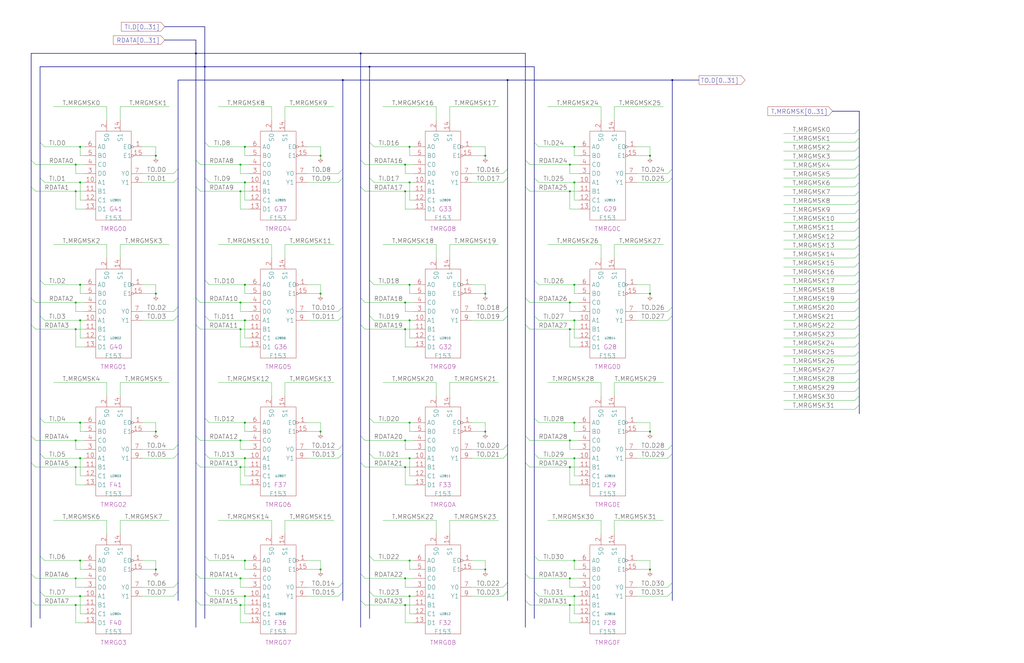
<source format=kicad_sch>
(kicad_sch (version 20230121) (generator eeschema)
  (paper "User" 584.2 378.46)
  (title_block (title "MERGER / TYPE HALF MSB'S") (date "20-MAR-90") (rev "1.0") (comment 1 "FIU") (comment 2 "232-003065") (comment 3 "S400") (comment 4 "RELEASED"))
  (junction (at 233.68 340.36))
  (junction (at 276.86 246.38))
  (junction (at 139.7 340.36))
  (junction (at 88.9 325.12))
  (junction (at 383.54 45.72))
  (junction (at 45.72 182.88))
  (junction (at 327.66 261.62))
  (junction (at 233.68 241.3))
  (junction (at 137.16 109.22))
  (junction (at 139.7 182.88))
  (junction (at 205.74 30.48))
  (junction (at 43.18 109.22))
  (junction (at 182.88 246.38))
  (junction (at 327.66 83.82))
  (junction (at 137.16 330.2))
  (junction (at 45.72 320.04))
  (junction (at 43.18 187.96))
  (junction (at 182.88 325.12))
  (junction (at 325.12 93.98))
  (junction (at 370.84 246.38))
  (junction (at 137.16 345.44))
  (junction (at 327.66 162.56))
  (junction (at 182.88 88.9))
  (junction (at 139.7 241.3))
  (junction (at 210.82 38.1))
  (junction (at 139.7 104.14))
  (junction (at 370.84 325.12))
  (junction (at 195.58 45.72))
  (junction (at 139.7 83.82))
  (junction (at 327.66 320.04))
  (junction (at 370.84 88.9))
  (junction (at 327.66 241.3))
  (junction (at 231.14 266.7))
  (junction (at 137.16 187.96))
  (junction (at 43.18 251.46))
  (junction (at 139.7 320.04))
  (junction (at 43.18 345.44))
  (junction (at 370.84 167.64))
  (junction (at 43.18 330.2))
  (junction (at 45.72 162.56))
  (junction (at 231.14 330.2))
  (junction (at 325.12 345.44))
  (junction (at 276.86 88.9))
  (junction (at 88.9 88.9))
  (junction (at 137.16 93.98))
  (junction (at 45.72 104.14))
  (junction (at 233.68 162.56))
  (junction (at 137.16 172.72))
  (junction (at 233.68 261.62))
  (junction (at 233.68 104.14))
  (junction (at 45.72 83.82))
  (junction (at 137.16 266.7))
  (junction (at 43.18 266.7))
  (junction (at 325.12 251.46))
  (junction (at 276.86 167.64))
  (junction (at 231.14 251.46))
  (junction (at 325.12 187.96))
  (junction (at 139.7 261.62))
  (junction (at 233.68 83.82))
  (junction (at 327.66 182.88))
  (junction (at 139.7 162.56))
  (junction (at 43.18 172.72))
  (junction (at 88.9 246.38))
  (junction (at 327.66 104.14))
  (junction (at 43.18 93.98))
  (junction (at 233.68 320.04))
  (junction (at 45.72 340.36))
  (junction (at 116.84 38.1))
  (junction (at 231.14 93.98))
  (junction (at 327.66 340.36))
  (junction (at 45.72 261.62))
  (junction (at 325.12 266.7))
  (junction (at 325.12 109.22))
  (junction (at 137.16 251.46))
  (junction (at 231.14 345.44))
  (junction (at 289.56 45.72))
  (junction (at 276.86 325.12))
  (junction (at 111.76 30.48))
  (junction (at 88.9 167.64))
  (junction (at 182.88 167.64))
  (junction (at 233.68 182.88))
  (junction (at 325.12 330.2))
  (junction (at 231.14 172.72))
  (junction (at 45.72 241.3))
  (junction (at 231.14 187.96))
  (junction (at 231.14 109.22))
  (junction (at 325.12 172.72))
  (bus_entry (at 304.8 101.6) (size 2.54 2.54))
  (bus_entry (at 299.72 185.42) (size 2.54 2.54))
  (bus_entry (at 490.22 226.06) (size -2.54 2.54))
  (bus_entry (at 490.22 73.66) (size -2.54 2.54))
  (bus_entry (at 116.84 160.02) (size 2.54 2.54))
  (bus_entry (at 101.6 332.74) (size -2.54 2.54))
  (bus_entry (at 116.84 101.6) (size 2.54 2.54))
  (bus_entry (at 304.8 317.5) (size 2.54 2.54))
  (bus_entry (at 490.22 93.98) (size -2.54 2.54))
  (bus_entry (at 17.78 185.42) (size 2.54 2.54))
  (bus_entry (at 101.6 259.08) (size -2.54 2.54))
  (bus_entry (at 490.22 215.9) (size -2.54 2.54))
  (bus_entry (at 289.56 180.34) (size -2.54 2.54))
  (bus_entry (at 17.78 248.92) (size 2.54 2.54))
  (bus_entry (at 101.6 101.6) (size -2.54 2.54))
  (bus_entry (at 22.86 259.08) (size 2.54 2.54))
  (bus_entry (at 490.22 154.94) (size -2.54 2.54))
  (bus_entry (at 205.74 185.42) (size 2.54 2.54))
  (bus_entry (at 111.76 170.18) (size 2.54 2.54))
  (bus_entry (at 490.22 205.74) (size -2.54 2.54))
  (bus_entry (at 490.22 134.62) (size -2.54 2.54))
  (bus_entry (at 304.8 259.08) (size 2.54 2.54))
  (bus_entry (at 22.86 180.34) (size 2.54 2.54))
  (bus_entry (at 490.22 220.98) (size -2.54 2.54))
  (bus_entry (at 383.54 254) (size -2.54 2.54))
  (bus_entry (at 383.54 259.08) (size -2.54 2.54))
  (bus_entry (at 22.86 101.6) (size 2.54 2.54))
  (bus_entry (at 195.58 332.74) (size -2.54 2.54))
  (bus_entry (at 299.72 327.66) (size 2.54 2.54))
  (bus_entry (at 116.84 317.5) (size 2.54 2.54))
  (bus_entry (at 490.22 83.82) (size -2.54 2.54))
  (bus_entry (at 205.74 327.66) (size 2.54 2.54))
  (bus_entry (at 17.78 327.66) (size 2.54 2.54))
  (bus_entry (at 210.82 238.76) (size 2.54 2.54))
  (bus_entry (at 205.74 248.92) (size 2.54 2.54))
  (bus_entry (at 383.54 96.52) (size -2.54 2.54))
  (bus_entry (at 304.8 180.34) (size 2.54 2.54))
  (bus_entry (at 383.54 332.74) (size -2.54 2.54))
  (bus_entry (at 101.6 96.52) (size -2.54 2.54))
  (bus_entry (at 490.22 190.5) (size -2.54 2.54))
  (bus_entry (at 111.76 91.44) (size 2.54 2.54))
  (bus_entry (at 299.72 342.9) (size 2.54 2.54))
  (bus_entry (at 490.22 195.58) (size -2.54 2.54))
  (bus_entry (at 383.54 101.6) (size -2.54 2.54))
  (bus_entry (at 289.56 259.08) (size -2.54 2.54))
  (bus_entry (at 490.22 99.06) (size -2.54 2.54))
  (bus_entry (at 289.56 332.74) (size -2.54 2.54))
  (bus_entry (at 17.78 264.16) (size 2.54 2.54))
  (bus_entry (at 490.22 124.46) (size -2.54 2.54))
  (bus_entry (at 299.72 106.68) (size 2.54 2.54))
  (bus_entry (at 22.86 238.76) (size 2.54 2.54))
  (bus_entry (at 205.74 106.68) (size 2.54 2.54))
  (bus_entry (at 17.78 106.68) (size 2.54 2.54))
  (bus_entry (at 195.58 175.26) (size -2.54 2.54))
  (bus_entry (at 195.58 180.34) (size -2.54 2.54))
  (bus_entry (at 101.6 337.82) (size -2.54 2.54))
  (bus_entry (at 116.84 337.82) (size 2.54 2.54))
  (bus_entry (at 205.74 264.16) (size 2.54 2.54))
  (bus_entry (at 304.8 81.28) (size 2.54 2.54))
  (bus_entry (at 210.82 259.08) (size 2.54 2.54))
  (bus_entry (at 490.22 104.14) (size -2.54 2.54))
  (bus_entry (at 383.54 175.26) (size -2.54 2.54))
  (bus_entry (at 289.56 175.26) (size -2.54 2.54))
  (bus_entry (at 205.74 342.9) (size 2.54 2.54))
  (bus_entry (at 490.22 231.14) (size -2.54 2.54))
  (bus_entry (at 111.76 327.66) (size 2.54 2.54))
  (bus_entry (at 101.6 180.34) (size -2.54 2.54))
  (bus_entry (at 289.56 101.6) (size -2.54 2.54))
  (bus_entry (at 17.78 342.9) (size 2.54 2.54))
  (bus_entry (at 490.22 78.74) (size -2.54 2.54))
  (bus_entry (at 22.86 337.82) (size 2.54 2.54))
  (bus_entry (at 490.22 139.7) (size -2.54 2.54))
  (bus_entry (at 17.78 170.18) (size 2.54 2.54))
  (bus_entry (at 490.22 185.42) (size -2.54 2.54))
  (bus_entry (at 490.22 210.82) (size -2.54 2.54))
  (bus_entry (at 490.22 129.54) (size -2.54 2.54))
  (bus_entry (at 490.22 114.3) (size -2.54 2.54))
  (bus_entry (at 304.8 337.82) (size 2.54 2.54))
  (bus_entry (at 111.76 185.42) (size 2.54 2.54))
  (bus_entry (at 210.82 317.5) (size 2.54 2.54))
  (bus_entry (at 490.22 175.26) (size -2.54 2.54))
  (bus_entry (at 383.54 337.82) (size -2.54 2.54))
  (bus_entry (at 111.76 264.16) (size 2.54 2.54))
  (bus_entry (at 205.74 91.44) (size 2.54 2.54))
  (bus_entry (at 490.22 170.18) (size -2.54 2.54))
  (bus_entry (at 490.22 200.66) (size -2.54 2.54))
  (bus_entry (at 116.84 238.76) (size 2.54 2.54))
  (bus_entry (at 101.6 175.26) (size -2.54 2.54))
  (bus_entry (at 195.58 259.08) (size -2.54 2.54))
  (bus_entry (at 490.22 160.02) (size -2.54 2.54))
  (bus_entry (at 299.72 170.18) (size 2.54 2.54))
  (bus_entry (at 490.22 109.22) (size -2.54 2.54))
  (bus_entry (at 116.84 259.08) (size 2.54 2.54))
  (bus_entry (at 101.6 254) (size -2.54 2.54))
  (bus_entry (at 210.82 337.82) (size 2.54 2.54))
  (bus_entry (at 205.74 170.18) (size 2.54 2.54))
  (bus_entry (at 299.72 91.44) (size 2.54 2.54))
  (bus_entry (at 304.8 160.02) (size 2.54 2.54))
  (bus_entry (at 490.22 88.9) (size -2.54 2.54))
  (bus_entry (at 22.86 81.28) (size 2.54 2.54))
  (bus_entry (at 111.76 248.92) (size 2.54 2.54))
  (bus_entry (at 490.22 180.34) (size -2.54 2.54))
  (bus_entry (at 299.72 248.92) (size 2.54 2.54))
  (bus_entry (at 195.58 96.52) (size -2.54 2.54))
  (bus_entry (at 289.56 337.82) (size -2.54 2.54))
  (bus_entry (at 289.56 254) (size -2.54 2.54))
  (bus_entry (at 490.22 149.86) (size -2.54 2.54))
  (bus_entry (at 195.58 101.6) (size -2.54 2.54))
  (bus_entry (at 111.76 106.68) (size 2.54 2.54))
  (bus_entry (at 210.82 180.34) (size 2.54 2.54))
  (bus_entry (at 22.86 317.5) (size 2.54 2.54))
  (bus_entry (at 111.76 342.9) (size 2.54 2.54))
  (bus_entry (at 490.22 119.38) (size -2.54 2.54))
  (bus_entry (at 490.22 144.78) (size -2.54 2.54))
  (bus_entry (at 17.78 91.44) (size 2.54 2.54))
  (bus_entry (at 116.84 81.28) (size 2.54 2.54))
  (bus_entry (at 304.8 238.76) (size 2.54 2.54))
  (bus_entry (at 195.58 254) (size -2.54 2.54))
  (bus_entry (at 22.86 160.02) (size 2.54 2.54))
  (bus_entry (at 195.58 337.82) (size -2.54 2.54))
  (bus_entry (at 289.56 96.52) (size -2.54 2.54))
  (bus_entry (at 116.84 180.34) (size 2.54 2.54))
  (bus_entry (at 383.54 180.34) (size -2.54 2.54))
  (bus_entry (at 490.22 165.1) (size -2.54 2.54))
  (bus_entry (at 210.82 101.6) (size 2.54 2.54))
  (bus_entry (at 210.82 160.02) (size 2.54 2.54))
  (bus_entry (at 210.82 81.28) (size 2.54 2.54))
  (bus_entry (at 299.72 264.16) (size 2.54 2.54))
  (wire (pts (xy 43.18 355.6) (xy 43.18 345.44)))
  (wire (pts (xy 330.2 350.52) (xy 327.66 350.52)))
  (wire (pts (xy 233.68 83.82) (xy 236.22 83.82)))
  (bus (pts (xy 490.22 190.5) (xy 490.22 195.58)))
  (bus (pts (xy 22.86 180.34) (xy 22.86 238.76)))
  (wire (pts (xy 325.12 119.38) (xy 325.12 109.22)))
  (bus (pts (xy 22.86 160.02) (xy 22.86 180.34)))
  (wire (pts (xy 137.16 251.46) (xy 142.24 251.46)))
  (wire (pts (xy 231.14 330.2) (xy 236.22 330.2)))
  (wire (pts (xy 236.22 335.28) (xy 231.14 335.28)))
  (wire (pts (xy 325.12 330.2) (xy 330.2 330.2)))
  (wire (pts (xy 256.54 304.8) (xy 256.54 297.18)))
  (wire (pts (xy 342.9 304.8) (xy 342.9 297.18)))
  (wire (pts (xy 43.18 276.86) (xy 43.18 266.7)))
  (bus (pts (xy 195.58 259.08) (xy 195.58 332.74)))
  (bus (pts (xy 17.78 170.18) (xy 17.78 185.42)))
  (wire (pts (xy 330.2 114.3) (xy 327.66 114.3)))
  (wire (pts (xy 142.24 335.28) (xy 137.16 335.28)))
  (wire (pts (xy 248.92 304.8) (xy 248.92 297.18)))
  (wire (pts (xy 20.32 187.96) (xy 43.18 187.96)))
  (bus (pts (xy 210.82 337.82) (xy 210.82 353.06)))
  (bus (pts (xy 289.56 337.82) (xy 289.56 342.9)))
  (bus (pts (xy 205.74 342.9) (xy 205.74 358.14)))
  (bus (pts (xy 490.22 200.66) (xy 490.22 205.74)))
  (wire (pts (xy 45.72 320.04) (xy 48.26 320.04)))
  (wire (pts (xy 175.26 241.3) (xy 182.88 241.3)))
  (wire (pts (xy 447.04 193.04) (xy 487.68 193.04)))
  (wire (pts (xy 114.3 187.96) (xy 137.16 187.96)))
  (wire (pts (xy 370.84 320.04) (xy 370.84 325.12)))
  (wire (pts (xy 25.4 320.04) (xy 45.72 320.04)))
  (wire (pts (xy 139.7 182.88) (xy 142.24 182.88)))
  (wire (pts (xy 43.18 172.72) (xy 48.26 172.72)))
  (wire (pts (xy 162.56 304.8) (xy 162.56 297.18)))
  (bus (pts (xy 111.76 170.18) (xy 111.76 185.42)))
  (wire (pts (xy 233.68 320.04) (xy 236.22 320.04)))
  (bus (pts (xy 289.56 96.52) (xy 289.56 101.6)))
  (wire (pts (xy 236.22 114.3) (xy 233.68 114.3)))
  (bus (pts (xy 195.58 337.82) (xy 195.58 342.9)))
  (bus (pts (xy 289.56 254) (xy 289.56 259.08)))
  (wire (pts (xy 43.18 119.38) (xy 43.18 109.22)))
  (wire (pts (xy 233.68 193.04) (xy 233.68 182.88)))
  (wire (pts (xy 327.66 83.82) (xy 330.2 83.82)))
  (wire (pts (xy 208.28 109.22) (xy 231.14 109.22)))
  (bus (pts (xy 116.84 180.34) (xy 116.84 238.76)))
  (bus (pts (xy 111.76 30.48) (xy 111.76 91.44)))
  (wire (pts (xy 231.14 177.8) (xy 231.14 172.72)))
  (bus (pts (xy 383.54 45.72) (xy 398.78 45.72)))
  (wire (pts (xy 447.04 132.08) (xy 487.68 132.08)))
  (wire (pts (xy 60.96 147.32) (xy 60.96 139.7)))
  (wire (pts (xy 81.28 104.14) (xy 99.06 104.14)))
  (bus (pts (xy 116.84 317.5) (xy 116.84 337.82)))
  (bus (pts (xy 210.82 81.28) (xy 210.82 101.6)))
  (wire (pts (xy 231.14 335.28) (xy 231.14 330.2)))
  (wire (pts (xy 45.72 271.78) (xy 45.72 261.62)))
  (wire (pts (xy 231.14 93.98) (xy 236.22 93.98)))
  (wire (pts (xy 233.68 88.9) (xy 233.68 83.82)))
  (wire (pts (xy 137.16 198.12) (xy 137.16 187.96)))
  (wire (pts (xy 269.24 177.8) (xy 287.02 177.8)))
  (bus (pts (xy 205.74 30.48) (xy 205.74 91.44)))
  (wire (pts (xy 43.18 251.46) (xy 48.26 251.46)))
  (wire (pts (xy 142.24 256.54) (xy 137.16 256.54)))
  (wire (pts (xy 325.12 266.7) (xy 330.2 266.7)))
  (wire (pts (xy 447.04 223.52) (xy 487.68 223.52)))
  (wire (pts (xy 208.28 251.46) (xy 231.14 251.46)))
  (bus (pts (xy 22.86 38.1) (xy 22.86 81.28)))
  (wire (pts (xy 327.66 271.78) (xy 327.66 261.62)))
  (wire (pts (xy 330.2 325.12) (xy 327.66 325.12)))
  (wire (pts (xy 139.7 114.3) (xy 139.7 104.14)))
  (wire (pts (xy 68.58 60.96) (xy 96.52 60.96)))
  (bus (pts (xy 490.22 114.3) (xy 490.22 119.38)))
  (wire (pts (xy 137.16 172.72) (xy 142.24 172.72)))
  (wire (pts (xy 114.3 93.98) (xy 137.16 93.98)))
  (bus (pts (xy 17.78 342.9) (xy 17.78 358.14)))
  (wire (pts (xy 137.16 177.8) (xy 137.16 172.72)))
  (wire (pts (xy 370.84 83.82) (xy 370.84 88.9)))
  (wire (pts (xy 119.38 182.88) (xy 139.7 182.88)))
  (wire (pts (xy 233.68 104.14) (xy 236.22 104.14)))
  (wire (pts (xy 48.26 246.38) (xy 45.72 246.38)))
  (bus (pts (xy 304.8 259.08) (xy 304.8 317.5)))
  (wire (pts (xy 137.16 266.7) (xy 142.24 266.7)))
  (bus (pts (xy 93.98 22.86) (xy 111.76 22.86)))
  (wire (pts (xy 231.14 198.12) (xy 231.14 187.96)))
  (wire (pts (xy 139.7 261.62) (xy 142.24 261.62)))
  (wire (pts (xy 60.96 68.58) (xy 60.96 60.96)))
  (wire (pts (xy 68.58 297.18) (xy 96.52 297.18)))
  (bus (pts (xy 383.54 175.26) (xy 383.54 180.34)))
  (wire (pts (xy 447.04 96.52) (xy 487.68 96.52)))
  (wire (pts (xy 175.26 177.8) (xy 193.04 177.8)))
  (wire (pts (xy 233.68 246.38) (xy 233.68 241.3)))
  (wire (pts (xy 60.96 304.8) (xy 60.96 297.18)))
  (bus (pts (xy 195.58 254) (xy 195.58 259.08)))
  (wire (pts (xy 45.72 340.36) (xy 48.26 340.36)))
  (wire (pts (xy 447.04 127) (xy 487.68 127)))
  (wire (pts (xy 137.16 93.98) (xy 142.24 93.98)))
  (wire (pts (xy 327.66 182.88) (xy 330.2 182.88)))
  (bus (pts (xy 490.22 129.54) (xy 490.22 134.62)))
  (bus (pts (xy 22.86 337.82) (xy 22.86 353.06)))
  (bus (pts (xy 111.76 30.48) (xy 205.74 30.48)))
  (wire (pts (xy 350.52 139.7) (xy 378.46 139.7)))
  (wire (pts (xy 175.26 99.06) (xy 193.04 99.06)))
  (wire (pts (xy 363.22 104.14) (xy 381 104.14)))
  (wire (pts (xy 20.32 172.72) (xy 43.18 172.72)))
  (bus (pts (xy 116.84 160.02) (xy 116.84 180.34)))
  (wire (pts (xy 330.2 119.38) (xy 325.12 119.38)))
  (wire (pts (xy 162.56 218.44) (xy 190.5 218.44)))
  (wire (pts (xy 363.22 335.28) (xy 381 335.28)))
  (wire (pts (xy 307.34 241.3) (xy 327.66 241.3)))
  (wire (pts (xy 269.24 83.82) (xy 276.86 83.82)))
  (bus (pts (xy 17.78 91.44) (xy 17.78 106.68)))
  (wire (pts (xy 43.18 330.2) (xy 48.26 330.2)))
  (bus (pts (xy 210.82 238.76) (xy 210.82 259.08)))
  (wire (pts (xy 45.72 83.82) (xy 48.26 83.82)))
  (wire (pts (xy 363.22 177.8) (xy 381 177.8)))
  (wire (pts (xy 218.44 297.18) (xy 248.92 297.18)))
  (bus (pts (xy 116.84 81.28) (xy 116.84 101.6)))
  (wire (pts (xy 48.26 335.28) (xy 43.18 335.28)))
  (wire (pts (xy 20.32 330.2) (xy 43.18 330.2)))
  (bus (pts (xy 490.22 170.18) (xy 490.22 175.26)))
  (bus (pts (xy 205.74 106.68) (xy 205.74 170.18)))
  (wire (pts (xy 142.24 99.06) (xy 137.16 99.06)))
  (bus (pts (xy 111.76 106.68) (xy 111.76 170.18)))
  (wire (pts (xy 327.66 325.12) (xy 327.66 320.04)))
  (wire (pts (xy 218.44 60.96) (xy 248.92 60.96)))
  (wire (pts (xy 43.18 266.7) (xy 48.26 266.7)))
  (wire (pts (xy 236.22 177.8) (xy 231.14 177.8)))
  (wire (pts (xy 142.24 193.04) (xy 139.7 193.04)))
  (wire (pts (xy 81.28 340.36) (xy 99.06 340.36)))
  (wire (pts (xy 302.26 251.46) (xy 325.12 251.46)))
  (wire (pts (xy 327.66 162.56) (xy 330.2 162.56)))
  (wire (pts (xy 363.22 99.06) (xy 381 99.06)))
  (wire (pts (xy 139.7 271.78) (xy 139.7 261.62)))
  (wire (pts (xy 269.24 88.9) (xy 276.86 88.9)))
  (wire (pts (xy 236.22 119.38) (xy 231.14 119.38)))
  (wire (pts (xy 276.86 83.82) (xy 276.86 88.9)))
  (wire (pts (xy 231.14 345.44) (xy 236.22 345.44)))
  (wire (pts (xy 48.26 271.78) (xy 45.72 271.78)))
  (wire (pts (xy 325.12 93.98) (xy 330.2 93.98)))
  (wire (pts (xy 327.66 320.04) (xy 330.2 320.04)))
  (wire (pts (xy 231.14 256.54) (xy 231.14 251.46)))
  (wire (pts (xy 269.24 182.88) (xy 287.02 182.88)))
  (bus (pts (xy 22.86 81.28) (xy 22.86 101.6)))
  (wire (pts (xy 330.2 88.9) (xy 327.66 88.9)))
  (bus (pts (xy 17.78 327.66) (xy 17.78 342.9)))
  (bus (pts (xy 304.8 81.28) (xy 304.8 101.6)))
  (bus (pts (xy 101.6 337.82) (xy 101.6 342.9)))
  (wire (pts (xy 447.04 162.56) (xy 487.68 162.56)))
  (wire (pts (xy 307.34 104.14) (xy 327.66 104.14)))
  (wire (pts (xy 43.18 256.54) (xy 43.18 251.46)))
  (bus (pts (xy 299.72 170.18) (xy 299.72 185.42)))
  (wire (pts (xy 81.28 167.64) (xy 88.9 167.64)))
  (bus (pts (xy 299.72 342.9) (xy 299.72 358.14)))
  (wire (pts (xy 142.24 246.38) (xy 139.7 246.38)))
  (wire (pts (xy 162.56 147.32) (xy 162.56 139.7)))
  (wire (pts (xy 447.04 167.64) (xy 487.68 167.64)))
  (wire (pts (xy 25.4 162.56) (xy 45.72 162.56)))
  (bus (pts (xy 195.58 101.6) (xy 195.58 175.26)))
  (wire (pts (xy 327.66 340.36) (xy 330.2 340.36)))
  (bus (pts (xy 210.82 317.5) (xy 210.82 337.82)))
  (wire (pts (xy 139.7 246.38) (xy 139.7 241.3)))
  (wire (pts (xy 325.12 177.8) (xy 325.12 172.72)))
  (wire (pts (xy 81.28 335.28) (xy 99.06 335.28)))
  (wire (pts (xy 447.04 172.72) (xy 487.68 172.72)))
  (wire (pts (xy 312.42 139.7) (xy 342.9 139.7)))
  (wire (pts (xy 175.26 320.04) (xy 182.88 320.04)))
  (wire (pts (xy 20.32 93.98) (xy 43.18 93.98)))
  (bus (pts (xy 17.78 264.16) (xy 17.78 327.66)))
  (wire (pts (xy 48.26 355.6) (xy 43.18 355.6)))
  (wire (pts (xy 447.04 101.6) (xy 487.68 101.6)))
  (wire (pts (xy 119.38 320.04) (xy 139.7 320.04)))
  (wire (pts (xy 236.22 355.6) (xy 231.14 355.6)))
  (wire (pts (xy 342.9 147.32) (xy 342.9 139.7)))
  (bus (pts (xy 210.82 259.08) (xy 210.82 317.5)))
  (bus (pts (xy 490.22 93.98) (xy 490.22 99.06)))
  (wire (pts (xy 124.46 218.44) (xy 154.94 218.44)))
  (wire (pts (xy 325.12 355.6) (xy 325.12 345.44)))
  (wire (pts (xy 68.58 68.58) (xy 68.58 60.96)))
  (wire (pts (xy 30.48 60.96) (xy 60.96 60.96)))
  (wire (pts (xy 137.16 187.96) (xy 142.24 187.96)))
  (wire (pts (xy 236.22 167.64) (xy 233.68 167.64)))
  (wire (pts (xy 139.7 162.56) (xy 142.24 162.56)))
  (wire (pts (xy 124.46 60.96) (xy 154.94 60.96)))
  (wire (pts (xy 363.22 256.54) (xy 381 256.54)))
  (wire (pts (xy 269.24 162.56) (xy 276.86 162.56)))
  (bus (pts (xy 490.22 119.38) (xy 490.22 124.46)))
  (wire (pts (xy 182.88 162.56) (xy 182.88 167.64)))
  (wire (pts (xy 231.14 355.6) (xy 231.14 345.44)))
  (wire (pts (xy 88.9 83.82) (xy 88.9 88.9)))
  (wire (pts (xy 447.04 233.68) (xy 487.68 233.68)))
  (wire (pts (xy 142.24 114.3) (xy 139.7 114.3)))
  (wire (pts (xy 330.2 335.28) (xy 325.12 335.28)))
  (wire (pts (xy 447.04 111.76) (xy 487.68 111.76)))
  (bus (pts (xy 195.58 45.72) (xy 289.56 45.72)))
  (wire (pts (xy 350.52 218.44) (xy 378.46 218.44)))
  (wire (pts (xy 325.12 335.28) (xy 325.12 330.2)))
  (wire (pts (xy 302.26 109.22) (xy 325.12 109.22)))
  (bus (pts (xy 490.22 165.1) (xy 490.22 170.18)))
  (wire (pts (xy 327.66 104.14) (xy 330.2 104.14)))
  (wire (pts (xy 363.22 246.38) (xy 370.84 246.38)))
  (bus (pts (xy 195.58 332.74) (xy 195.58 337.82)))
  (wire (pts (xy 248.92 226.06) (xy 248.92 218.44)))
  (wire (pts (xy 276.86 241.3) (xy 276.86 246.38)))
  (wire (pts (xy 48.26 198.12) (xy 43.18 198.12)))
  (wire (pts (xy 45.72 241.3) (xy 48.26 241.3)))
  (wire (pts (xy 175.26 88.9) (xy 182.88 88.9)))
  (bus (pts (xy 101.6 180.34) (xy 101.6 254)))
  (bus (pts (xy 205.74 91.44) (xy 205.74 106.68)))
  (wire (pts (xy 81.28 256.54) (xy 99.06 256.54)))
  (wire (pts (xy 447.04 147.32) (xy 487.68 147.32)))
  (bus (pts (xy 101.6 254) (xy 101.6 259.08)))
  (wire (pts (xy 256.54 218.44) (xy 284.48 218.44)))
  (wire (pts (xy 363.22 261.62) (xy 381 261.62)))
  (wire (pts (xy 236.22 193.04) (xy 233.68 193.04)))
  (wire (pts (xy 269.24 167.64) (xy 276.86 167.64)))
  (bus (pts (xy 111.76 327.66) (xy 111.76 342.9)))
  (wire (pts (xy 269.24 99.06) (xy 287.02 99.06)))
  (wire (pts (xy 276.86 320.04) (xy 276.86 325.12)))
  (wire (pts (xy 208.28 266.7) (xy 231.14 266.7)))
  (bus (pts (xy 383.54 332.74) (xy 383.54 337.82)))
  (bus (pts (xy 289.56 45.72) (xy 289.56 96.52)))
  (wire (pts (xy 175.26 246.38) (xy 182.88 246.38)))
  (wire (pts (xy 20.32 109.22) (xy 43.18 109.22)))
  (wire (pts (xy 45.72 162.56) (xy 48.26 162.56)))
  (wire (pts (xy 81.28 182.88) (xy 99.06 182.88)))
  (bus (pts (xy 22.86 259.08) (xy 22.86 317.5)))
  (bus (pts (xy 490.22 109.22) (xy 490.22 114.3)))
  (bus (pts (xy 116.84 337.82) (xy 116.84 353.06)))
  (wire (pts (xy 218.44 218.44) (xy 248.92 218.44)))
  (wire (pts (xy 233.68 114.3) (xy 233.68 104.14)))
  (wire (pts (xy 325.12 198.12) (xy 325.12 187.96)))
  (wire (pts (xy 363.22 241.3) (xy 370.84 241.3)))
  (wire (pts (xy 139.7 83.82) (xy 142.24 83.82)))
  (wire (pts (xy 43.18 198.12) (xy 43.18 187.96)))
  (wire (pts (xy 154.94 68.58) (xy 154.94 60.96)))
  (bus (pts (xy 299.72 30.48) (xy 299.72 91.44)))
  (bus (pts (xy 101.6 96.52) (xy 101.6 101.6)))
  (wire (pts (xy 68.58 139.7) (xy 96.52 139.7)))
  (wire (pts (xy 233.68 162.56) (xy 236.22 162.56)))
  (bus (pts (xy 101.6 45.72) (xy 101.6 96.52)))
  (wire (pts (xy 447.04 121.92) (xy 487.68 121.92)))
  (bus (pts (xy 490.22 144.78) (xy 490.22 149.86)))
  (wire (pts (xy 213.36 340.36) (xy 233.68 340.36)))
  (wire (pts (xy 213.36 83.82) (xy 233.68 83.82)))
  (wire (pts (xy 269.24 320.04) (xy 276.86 320.04)))
  (wire (pts (xy 119.38 104.14) (xy 139.7 104.14)))
  (wire (pts (xy 208.28 172.72) (xy 231.14 172.72)))
  (wire (pts (xy 45.72 114.3) (xy 45.72 104.14)))
  (bus (pts (xy 490.22 78.74) (xy 490.22 83.82)))
  (wire (pts (xy 81.28 83.82) (xy 88.9 83.82)))
  (wire (pts (xy 269.24 335.28) (xy 287.02 335.28)))
  (wire (pts (xy 213.36 241.3) (xy 233.68 241.3)))
  (bus (pts (xy 304.8 101.6) (xy 304.8 160.02)))
  (bus (pts (xy 304.8 337.82) (xy 304.8 353.06)))
  (bus (pts (xy 490.22 231.14) (xy 490.22 236.22)))
  (bus (pts (xy 210.82 38.1) (xy 210.82 81.28)))
  (wire (pts (xy 231.14 276.86) (xy 231.14 266.7)))
  (bus (pts (xy 299.72 327.66) (xy 299.72 342.9)))
  (bus (pts (xy 383.54 254) (xy 383.54 259.08)))
  (bus (pts (xy 210.82 160.02) (xy 210.82 180.34)))
  (wire (pts (xy 312.42 218.44) (xy 342.9 218.44)))
  (bus (pts (xy 490.22 99.06) (xy 490.22 104.14)))
  (wire (pts (xy 447.04 106.68) (xy 487.68 106.68)))
  (bus (pts (xy 22.86 38.1) (xy 116.84 38.1)))
  (wire (pts (xy 307.34 83.82) (xy 327.66 83.82)))
  (wire (pts (xy 48.26 177.8) (xy 43.18 177.8)))
  (wire (pts (xy 25.4 261.62) (xy 45.72 261.62)))
  (wire (pts (xy 213.36 104.14) (xy 233.68 104.14)))
  (wire (pts (xy 330.2 276.86) (xy 325.12 276.86)))
  (wire (pts (xy 213.36 261.62) (xy 233.68 261.62)))
  (wire (pts (xy 231.14 99.06) (xy 231.14 93.98)))
  (wire (pts (xy 325.12 99.06) (xy 325.12 93.98)))
  (wire (pts (xy 175.26 182.88) (xy 193.04 182.88)))
  (wire (pts (xy 312.42 297.18) (xy 342.9 297.18)))
  (wire (pts (xy 48.26 325.12) (xy 45.72 325.12)))
  (wire (pts (xy 363.22 325.12) (xy 370.84 325.12)))
  (bus (pts (xy 490.22 73.66) (xy 490.22 78.74)))
  (wire (pts (xy 48.26 119.38) (xy 43.18 119.38)))
  (wire (pts (xy 137.16 276.86) (xy 137.16 266.7)))
  (wire (pts (xy 154.94 304.8) (xy 154.94 297.18)))
  (wire (pts (xy 142.24 88.9) (xy 139.7 88.9)))
  (wire (pts (xy 25.4 83.82) (xy 45.72 83.82)))
  (bus (pts (xy 17.78 30.48) (xy 111.76 30.48)))
  (wire (pts (xy 142.24 325.12) (xy 139.7 325.12)))
  (wire (pts (xy 68.58 218.44) (xy 96.52 218.44)))
  (bus (pts (xy 490.22 195.58) (xy 490.22 200.66)))
  (wire (pts (xy 45.72 167.64) (xy 45.72 162.56)))
  (wire (pts (xy 302.26 93.98) (xy 325.12 93.98)))
  (wire (pts (xy 447.04 152.4) (xy 487.68 152.4)))
  (wire (pts (xy 114.3 345.44) (xy 137.16 345.44)))
  (bus (pts (xy 289.56 175.26) (xy 289.56 180.34)))
  (wire (pts (xy 269.24 340.36) (xy 287.02 340.36)))
  (wire (pts (xy 330.2 198.12) (xy 325.12 198.12)))
  (wire (pts (xy 175.26 256.54) (xy 193.04 256.54)))
  (wire (pts (xy 43.18 109.22) (xy 48.26 109.22)))
  (wire (pts (xy 88.9 320.04) (xy 88.9 325.12)))
  (wire (pts (xy 119.38 261.62) (xy 139.7 261.62)))
  (wire (pts (xy 137.16 119.38) (xy 137.16 109.22)))
  (bus (pts (xy 383.54 180.34) (xy 383.54 254)))
  (wire (pts (xy 139.7 350.52) (xy 139.7 340.36)))
  (wire (pts (xy 45.72 261.62) (xy 48.26 261.62)))
  (bus (pts (xy 210.82 38.1) (xy 304.8 38.1)))
  (wire (pts (xy 124.46 297.18) (xy 154.94 297.18)))
  (wire (pts (xy 25.4 104.14) (xy 45.72 104.14)))
  (bus (pts (xy 289.56 332.74) (xy 289.56 337.82)))
  (wire (pts (xy 236.22 88.9) (xy 233.68 88.9)))
  (wire (pts (xy 182.88 83.82) (xy 182.88 88.9)))
  (wire (pts (xy 302.26 266.7) (xy 325.12 266.7)))
  (wire (pts (xy 233.68 261.62) (xy 236.22 261.62)))
  (wire (pts (xy 30.48 297.18) (xy 60.96 297.18)))
  (bus (pts (xy 210.82 180.34) (xy 210.82 238.76)))
  (wire (pts (xy 137.16 109.22) (xy 142.24 109.22)))
  (bus (pts (xy 299.72 185.42) (xy 299.72 248.92)))
  (wire (pts (xy 256.54 147.32) (xy 256.54 139.7)))
  (wire (pts (xy 154.94 147.32) (xy 154.94 139.7)))
  (wire (pts (xy 139.7 193.04) (xy 139.7 182.88)))
  (wire (pts (xy 327.66 246.38) (xy 327.66 241.3)))
  (wire (pts (xy 256.54 297.18) (xy 284.48 297.18)))
  (bus (pts (xy 383.54 259.08) (xy 383.54 332.74)))
  (wire (pts (xy 447.04 137.16) (xy 487.68 137.16)))
  (wire (pts (xy 142.24 271.78) (xy 139.7 271.78)))
  (wire (pts (xy 363.22 83.82) (xy 370.84 83.82)))
  (wire (pts (xy 45.72 193.04) (xy 45.72 182.88)))
  (bus (pts (xy 111.76 91.44) (xy 111.76 106.68)))
  (wire (pts (xy 302.26 345.44) (xy 325.12 345.44)))
  (bus (pts (xy 490.22 185.42) (xy 490.22 190.5)))
  (wire (pts (xy 20.32 251.46) (xy 43.18 251.46)))
  (bus (pts (xy 17.78 185.42) (xy 17.78 248.92)))
  (wire (pts (xy 269.24 241.3) (xy 276.86 241.3)))
  (wire (pts (xy 248.92 68.58) (xy 248.92 60.96)))
  (wire (pts (xy 327.66 193.04) (xy 327.66 182.88)))
  (wire (pts (xy 447.04 142.24) (xy 487.68 142.24)))
  (wire (pts (xy 269.24 104.14) (xy 287.02 104.14)))
  (wire (pts (xy 81.28 241.3) (xy 88.9 241.3)))
  (wire (pts (xy 302.26 172.72) (xy 325.12 172.72)))
  (bus (pts (xy 490.22 154.94) (xy 490.22 160.02)))
  (wire (pts (xy 45.72 246.38) (xy 45.72 241.3)))
  (wire (pts (xy 208.28 93.98) (xy 231.14 93.98)))
  (wire (pts (xy 162.56 297.18) (xy 190.5 297.18)))
  (wire (pts (xy 447.04 86.36) (xy 487.68 86.36)))
  (wire (pts (xy 137.16 335.28) (xy 137.16 330.2)))
  (wire (pts (xy 231.14 251.46) (xy 236.22 251.46)))
  (bus (pts (xy 383.54 337.82) (xy 383.54 342.9)))
  (wire (pts (xy 231.14 119.38) (xy 231.14 109.22)))
  (bus (pts (xy 101.6 101.6) (xy 101.6 175.26)))
  (wire (pts (xy 233.68 271.78) (xy 233.68 261.62)))
  (wire (pts (xy 269.24 256.54) (xy 287.02 256.54)))
  (wire (pts (xy 325.12 276.86) (xy 325.12 266.7)))
  (wire (pts (xy 68.58 147.32) (xy 68.58 139.7)))
  (wire (pts (xy 25.4 340.36) (xy 45.72 340.36)))
  (bus (pts (xy 289.56 45.72) (xy 383.54 45.72)))
  (wire (pts (xy 139.7 325.12) (xy 139.7 320.04)))
  (wire (pts (xy 48.26 350.52) (xy 45.72 350.52)))
  (wire (pts (xy 213.36 162.56) (xy 233.68 162.56)))
  (wire (pts (xy 48.26 99.06) (xy 43.18 99.06)))
  (bus (pts (xy 17.78 248.92) (xy 17.78 264.16)))
  (wire (pts (xy 330.2 256.54) (xy 325.12 256.54)))
  (wire (pts (xy 175.26 167.64) (xy 182.88 167.64)))
  (wire (pts (xy 175.26 335.28) (xy 193.04 335.28)))
  (wire (pts (xy 208.28 345.44) (xy 231.14 345.44)))
  (wire (pts (xy 236.22 256.54) (xy 231.14 256.54)))
  (wire (pts (xy 325.12 345.44) (xy 330.2 345.44)))
  (wire (pts (xy 236.22 271.78) (xy 233.68 271.78)))
  (wire (pts (xy 81.28 177.8) (xy 99.06 177.8)))
  (bus (pts (xy 195.58 180.34) (xy 195.58 254)))
  (bus (pts (xy 205.74 170.18) (xy 205.74 185.42)))
  (wire (pts (xy 233.68 167.64) (xy 233.68 162.56)))
  (bus (pts (xy 195.58 175.26) (xy 195.58 180.34)))
  (wire (pts (xy 447.04 157.48) (xy 487.68 157.48)))
  (bus (pts (xy 289.56 259.08) (xy 289.56 332.74)))
  (wire (pts (xy 350.52 226.06) (xy 350.52 218.44)))
  (bus (pts (xy 195.58 45.72) (xy 195.58 96.52)))
  (wire (pts (xy 327.66 241.3) (xy 330.2 241.3)))
  (wire (pts (xy 48.26 276.86) (xy 43.18 276.86)))
  (wire (pts (xy 350.52 297.18) (xy 378.46 297.18)))
  (wire (pts (xy 325.12 256.54) (xy 325.12 251.46)))
  (wire (pts (xy 43.18 177.8) (xy 43.18 172.72)))
  (wire (pts (xy 447.04 213.36) (xy 487.68 213.36)))
  (bus (pts (xy 116.84 259.08) (xy 116.84 317.5)))
  (wire (pts (xy 342.9 226.06) (xy 342.9 218.44)))
  (bus (pts (xy 304.8 180.34) (xy 304.8 238.76)))
  (bus (pts (xy 383.54 101.6) (xy 383.54 175.26)))
  (wire (pts (xy 175.26 261.62) (xy 193.04 261.62)))
  (wire (pts (xy 45.72 88.9) (xy 45.72 83.82)))
  (wire (pts (xy 256.54 68.58) (xy 256.54 60.96)))
  (wire (pts (xy 307.34 340.36) (xy 327.66 340.36)))
  (wire (pts (xy 447.04 81.28) (xy 487.68 81.28)))
  (wire (pts (xy 350.52 68.58) (xy 350.52 60.96)))
  (bus (pts (xy 101.6 45.72) (xy 195.58 45.72)))
  (wire (pts (xy 327.66 88.9) (xy 327.66 83.82)))
  (wire (pts (xy 175.26 340.36) (xy 193.04 340.36)))
  (wire (pts (xy 81.28 320.04) (xy 88.9 320.04)))
  (bus (pts (xy 490.22 226.06) (xy 490.22 231.14)))
  (wire (pts (xy 213.36 320.04) (xy 233.68 320.04)))
  (wire (pts (xy 325.12 172.72) (xy 330.2 172.72)))
  (wire (pts (xy 233.68 241.3) (xy 236.22 241.3)))
  (wire (pts (xy 325.12 109.22) (xy 330.2 109.22)))
  (wire (pts (xy 68.58 304.8) (xy 68.58 297.18)))
  (wire (pts (xy 25.4 182.88) (xy 45.72 182.88)))
  (bus (pts (xy 205.74 327.66) (xy 205.74 342.9)))
  (wire (pts (xy 43.18 345.44) (xy 48.26 345.44)))
  (wire (pts (xy 447.04 116.84) (xy 487.68 116.84)))
  (wire (pts (xy 302.26 330.2) (xy 325.12 330.2)))
  (wire (pts (xy 162.56 226.06) (xy 162.56 218.44)))
  (wire (pts (xy 137.16 345.44) (xy 142.24 345.44)))
  (wire (pts (xy 208.28 330.2) (xy 231.14 330.2)))
  (wire (pts (xy 137.16 355.6) (xy 137.16 345.44)))
  (wire (pts (xy 142.24 177.8) (xy 137.16 177.8)))
  (wire (pts (xy 208.28 187.96) (xy 231.14 187.96)))
  (bus (pts (xy 205.74 30.48) (xy 299.72 30.48)))
  (wire (pts (xy 81.28 325.12) (xy 88.9 325.12)))
  (bus (pts (xy 490.22 205.74) (xy 490.22 210.82)))
  (bus (pts (xy 490.22 88.9) (xy 490.22 93.98)))
  (wire (pts (xy 137.16 99.06) (xy 137.16 93.98)))
  (wire (pts (xy 182.88 320.04) (xy 182.88 325.12)))
  (wire (pts (xy 325.12 187.96) (xy 330.2 187.96)))
  (wire (pts (xy 162.56 68.58) (xy 162.56 60.96)))
  (wire (pts (xy 48.26 193.04) (xy 45.72 193.04)))
  (wire (pts (xy 139.7 320.04) (xy 142.24 320.04)))
  (bus (pts (xy 304.8 160.02) (xy 304.8 180.34)))
  (wire (pts (xy 342.9 68.58) (xy 342.9 60.96)))
  (wire (pts (xy 447.04 208.28) (xy 487.68 208.28)))
  (wire (pts (xy 139.7 88.9) (xy 139.7 83.82)))
  (bus (pts (xy 490.22 180.34) (xy 490.22 185.42)))
  (bus (pts (xy 116.84 38.1) (xy 210.82 38.1)))
  (bus (pts (xy 116.84 15.24) (xy 116.84 38.1)))
  (wire (pts (xy 114.3 172.72) (xy 137.16 172.72)))
  (wire (pts (xy 81.28 99.06) (xy 99.06 99.06)))
  (wire (pts (xy 154.94 226.06) (xy 154.94 218.44)))
  (wire (pts (xy 307.34 261.62) (xy 327.66 261.62)))
  (wire (pts (xy 236.22 246.38) (xy 233.68 246.38)))
  (bus (pts (xy 205.74 248.92) (xy 205.74 264.16)))
  (wire (pts (xy 327.66 167.64) (xy 327.66 162.56)))
  (bus (pts (xy 304.8 238.76) (xy 304.8 259.08)))
  (wire (pts (xy 81.28 261.62) (xy 99.06 261.62)))
  (bus (pts (xy 101.6 259.08) (xy 101.6 332.74)))
  (wire (pts (xy 142.24 198.12) (xy 137.16 198.12)))
  (wire (pts (xy 81.28 246.38) (xy 88.9 246.38)))
  (wire (pts (xy 45.72 350.52) (xy 45.72 340.36)))
  (wire (pts (xy 142.24 119.38) (xy 137.16 119.38)))
  (wire (pts (xy 119.38 241.3) (xy 139.7 241.3)))
  (wire (pts (xy 363.22 162.56) (xy 370.84 162.56)))
  (wire (pts (xy 447.04 203.2) (xy 487.68 203.2)))
  (wire (pts (xy 68.58 226.06) (xy 68.58 218.44)))
  (wire (pts (xy 233.68 325.12) (xy 233.68 320.04)))
  (wire (pts (xy 175.26 325.12) (xy 182.88 325.12)))
  (wire (pts (xy 48.26 88.9) (xy 45.72 88.9)))
  (wire (pts (xy 330.2 246.38) (xy 327.66 246.38)))
  (wire (pts (xy 114.3 266.7) (xy 137.16 266.7)))
  (wire (pts (xy 119.38 83.82) (xy 139.7 83.82)))
  (wire (pts (xy 327.66 114.3) (xy 327.66 104.14)))
  (bus (pts (xy 289.56 180.34) (xy 289.56 254)))
  (wire (pts (xy 256.54 139.7) (xy 284.48 139.7)))
  (wire (pts (xy 350.52 304.8) (xy 350.52 297.18)))
  (wire (pts (xy 327.66 350.52) (xy 327.66 340.36)))
  (bus (pts (xy 101.6 332.74) (xy 101.6 337.82)))
  (bus (pts (xy 116.84 101.6) (xy 116.84 160.02)))
  (wire (pts (xy 48.26 167.64) (xy 45.72 167.64)))
  (wire (pts (xy 447.04 76.2) (xy 487.68 76.2)))
  (wire (pts (xy 233.68 182.88) (xy 236.22 182.88)))
  (wire (pts (xy 30.48 218.44) (xy 60.96 218.44)))
  (bus (pts (xy 490.22 160.02) (xy 490.22 165.1)))
  (wire (pts (xy 256.54 226.06) (xy 256.54 218.44)))
  (wire (pts (xy 269.24 246.38) (xy 276.86 246.38)))
  (bus (pts (xy 490.22 175.26) (xy 490.22 180.34)))
  (wire (pts (xy 162.56 139.7) (xy 190.5 139.7)))
  (wire (pts (xy 142.24 167.64) (xy 139.7 167.64)))
  (wire (pts (xy 139.7 104.14) (xy 142.24 104.14)))
  (wire (pts (xy 231.14 266.7) (xy 236.22 266.7)))
  (wire (pts (xy 330.2 271.78) (xy 327.66 271.78)))
  (wire (pts (xy 20.32 345.44) (xy 43.18 345.44)))
  (bus (pts (xy 490.22 215.9) (xy 490.22 220.98)))
  (wire (pts (xy 231.14 172.72) (xy 236.22 172.72)))
  (wire (pts (xy 182.88 241.3) (xy 182.88 246.38)))
  (bus (pts (xy 299.72 248.92) (xy 299.72 264.16)))
  (wire (pts (xy 43.18 99.06) (xy 43.18 93.98)))
  (wire (pts (xy 25.4 241.3) (xy 45.72 241.3)))
  (wire (pts (xy 60.96 226.06) (xy 60.96 218.44)))
  (bus (pts (xy 490.22 104.14) (xy 490.22 109.22)))
  (wire (pts (xy 43.18 187.96) (xy 48.26 187.96)))
  (wire (pts (xy 330.2 99.06) (xy 325.12 99.06)))
  (wire (pts (xy 48.26 114.3) (xy 45.72 114.3)))
  (bus (pts (xy 490.22 63.5) (xy 490.22 73.66)))
  (wire (pts (xy 81.28 162.56) (xy 88.9 162.56)))
  (bus (pts (xy 474.98 63.5) (xy 490.22 63.5)))
  (bus (pts (xy 299.72 106.68) (xy 299.72 170.18)))
  (wire (pts (xy 137.16 330.2) (xy 142.24 330.2)))
  (wire (pts (xy 48.26 256.54) (xy 43.18 256.54)))
  (wire (pts (xy 236.22 276.86) (xy 231.14 276.86)))
  (bus (pts (xy 111.76 185.42) (xy 111.76 248.92)))
  (wire (pts (xy 139.7 167.64) (xy 139.7 162.56)))
  (bus (pts (xy 22.86 101.6) (xy 22.86 160.02)))
  (wire (pts (xy 43.18 93.98) (xy 48.26 93.98)))
  (wire (pts (xy 269.24 261.62) (xy 287.02 261.62)))
  (wire (pts (xy 45.72 104.14) (xy 48.26 104.14)))
  (wire (pts (xy 447.04 177.8) (xy 487.68 177.8)))
  (bus (pts (xy 490.22 83.82) (xy 490.22 88.9)))
  (wire (pts (xy 330.2 355.6) (xy 325.12 355.6)))
  (wire (pts (xy 363.22 167.64) (xy 370.84 167.64)))
  (wire (pts (xy 20.32 266.7) (xy 43.18 266.7)))
  (wire (pts (xy 88.9 241.3) (xy 88.9 246.38)))
  (wire (pts (xy 236.22 198.12) (xy 231.14 198.12)))
  (bus (pts (xy 383.54 45.72) (xy 383.54 96.52)))
  (bus (pts (xy 22.86 317.5) (xy 22.86 337.82)))
  (wire (pts (xy 114.3 251.46) (xy 137.16 251.46)))
  (bus (pts (xy 111.76 22.86) (xy 111.76 30.48)))
  (wire (pts (xy 447.04 218.44) (xy 487.68 218.44)))
  (wire (pts (xy 88.9 162.56) (xy 88.9 167.64)))
  (wire (pts (xy 312.42 60.96) (xy 342.9 60.96)))
  (wire (pts (xy 307.34 320.04) (xy 327.66 320.04)))
  (bus (pts (xy 111.76 264.16) (xy 111.76 327.66)))
  (wire (pts (xy 248.92 147.32) (xy 248.92 139.7)))
  (bus (pts (xy 205.74 185.42) (xy 205.74 248.92)))
  (wire (pts (xy 370.84 241.3) (xy 370.84 246.38)))
  (wire (pts (xy 363.22 182.88) (xy 381 182.88)))
  (wire (pts (xy 124.46 139.7) (xy 154.94 139.7)))
  (wire (pts (xy 447.04 91.44) (xy 487.68 91.44)))
  (wire (pts (xy 307.34 162.56) (xy 327.66 162.56)))
  (bus (pts (xy 299.72 91.44) (xy 299.72 106.68)))
  (wire (pts (xy 327.66 261.62) (xy 330.2 261.62)))
  (wire (pts (xy 30.48 139.7) (xy 60.96 139.7)))
  (wire (pts (xy 330.2 193.04) (xy 327.66 193.04)))
  (wire (pts (xy 119.38 340.36) (xy 139.7 340.36)))
  (wire (pts (xy 45.72 182.88) (xy 48.26 182.88)))
  (wire (pts (xy 231.14 187.96) (xy 236.22 187.96)))
  (wire (pts (xy 370.84 162.56) (xy 370.84 167.64)))
  (wire (pts (xy 114.3 109.22) (xy 137.16 109.22)))
  (wire (pts (xy 43.18 335.28) (xy 43.18 330.2)))
  (bus (pts (xy 490.22 149.86) (xy 490.22 154.94)))
  (bus (pts (xy 101.6 175.26) (xy 101.6 180.34)))
  (bus (pts (xy 210.82 101.6) (xy 210.82 160.02)))
  (bus (pts (xy 116.84 238.76) (xy 116.84 259.08)))
  (bus (pts (xy 111.76 342.9) (xy 111.76 358.14)))
  (wire (pts (xy 137.16 256.54) (xy 137.16 251.46)))
  (wire (pts (xy 45.72 325.12) (xy 45.72 320.04)))
  (bus (pts (xy 490.22 124.46) (xy 490.22 129.54)))
  (bus (pts (xy 289.56 101.6) (xy 289.56 175.26)))
  (bus (pts (xy 17.78 106.68) (xy 17.78 170.18)))
  (wire (pts (xy 236.22 99.06) (xy 231.14 99.06)))
  (bus (pts (xy 490.22 139.7) (xy 490.22 144.78)))
  (wire (pts (xy 330.2 167.64) (xy 327.66 167.64)))
  (wire (pts (xy 119.38 162.56) (xy 139.7 162.56)))
  (bus (pts (xy 490.22 220.98) (xy 490.22 226.06)))
  (wire (pts (xy 302.26 187.96) (xy 325.12 187.96)))
  (wire (pts (xy 139.7 340.36) (xy 142.24 340.36)))
  (wire (pts (xy 233.68 350.52) (xy 233.68 340.36)))
  (wire (pts (xy 447.04 182.88) (xy 487.68 182.88)))
  (wire (pts (xy 114.3 330.2) (xy 137.16 330.2)))
  (bus (pts (xy 195.58 96.52) (xy 195.58 101.6)))
  (bus (pts (xy 22.86 238.76) (xy 22.86 259.08)))
  (wire (pts (xy 236.22 325.12) (xy 233.68 325.12)))
  (bus (pts (xy 17.78 30.48) (xy 17.78 91.44)))
  (wire (pts (xy 175.26 104.14) (xy 193.04 104.14)))
  (wire (pts (xy 142.24 276.86) (xy 137.16 276.86)))
  (bus (pts (xy 111.76 248.92) (xy 111.76 264.16)))
  (wire (pts (xy 236.22 350.52) (xy 233.68 350.52)))
  (wire (pts (xy 363.22 340.36) (xy 381 340.36)))
  (wire (pts (xy 175.26 83.82) (xy 182.88 83.82)))
  (wire (pts (xy 142.24 350.52) (xy 139.7 350.52)))
  (wire (pts (xy 231.14 109.22) (xy 236.22 109.22)))
  (bus (pts (xy 205.74 264.16) (xy 205.74 327.66)))
  (bus (pts (xy 299.72 264.16) (xy 299.72 327.66)))
  (wire (pts (xy 175.26 162.56) (xy 182.88 162.56)))
  (wire (pts (xy 256.54 60.96) (xy 284.48 60.96)))
  (bus (pts (xy 383.54 96.52) (xy 383.54 101.6)))
  (wire (pts (xy 363.22 320.04) (xy 370.84 320.04)))
  (bus (pts (xy 490.22 134.62) (xy 490.22 139.7)))
  (wire (pts (xy 350.52 147.32) (xy 350.52 139.7)))
  (wire (pts (xy 139.7 241.3) (xy 142.24 241.3)))
  (wire (pts (xy 363.22 88.9) (xy 370.84 88.9)))
  (wire (pts (xy 330.2 177.8) (xy 325.12 177.8)))
  (wire (pts (xy 142.24 355.6) (xy 137.16 355.6)))
  (wire (pts (xy 447.04 187.96) (xy 487.68 187.96)))
  (wire (pts (xy 213.36 182.88) (xy 233.68 182.88)))
  (wire (pts (xy 162.56 60.96) (xy 190.5 60.96)))
  (bus (pts (xy 490.22 210.82) (xy 490.22 215.9)))
  (bus (pts (xy 116.84 38.1) (xy 116.84 81.28)))
  (wire (pts (xy 276.86 162.56) (xy 276.86 167.64)))
  (wire (pts (xy 307.34 182.88) (xy 327.66 182.88)))
  (bus (pts (xy 304.8 38.1) (xy 304.8 81.28)))
  (bus (pts (xy 93.98 15.24) (xy 116.84 15.24)))
  (bus (pts (xy 304.8 317.5) (xy 304.8 337.82)))
  (wire (pts (xy 447.04 228.6) (xy 487.68 228.6)))
  (wire (pts (xy 81.28 88.9) (xy 88.9 88.9)))
  (wire (pts (xy 233.68 340.36) (xy 236.22 340.36)))
  (wire (pts (xy 447.04 198.12) (xy 487.68 198.12)))
  (wire (pts (xy 269.24 325.12) (xy 276.86 325.12)))
  (wire (pts (xy 325.12 251.46) (xy 330.2 251.46)))
  (wire (pts (xy 350.52 60.96) (xy 378.46 60.96)))
  (wire (pts (xy 218.44 139.7) (xy 248.92 139.7)))
  (label "RDATA29" (at 307.34 266.7 0) (effects (font (size 2.54 2.54))))
  (label "TO.D8" (at 177.8 99.06 0) (effects (font (size 2.54 2.54))))
  (label "T.MRGMSK4" (at 35.56 218.44 0) (effects (font (size 2.54 2.54))))
  (label "T.MRGMSK24" (at 452.12 198.12 0) (effects (font (size 2.54 2.54))))
  (label "T.MRGMSK0" (at 452.12 76.2 0) (effects (font (size 2.54 2.54))))
  (label "TI.D29" (at 309.88 261.62 0) (effects (font (size 2.54 2.54))))
  (label "T.MRGMSK30" (at 314.96 297.18 0) (effects (font (size 2.54 2.54))))
  (label "TO.D20" (at 271.78 256.54 0) (effects (font (size 2.54 2.54))))
  (label "T.MRGMSK19" (at 452.12 172.72 0) (effects (font (size 2.54 2.54))))
  (label "RDATA6" (at 25.4 330.2 0) (effects (font (size 2.54 2.54))))
  (label "RDATA18" (at 213.36 172.72 0) (effects (font (size 2.54 2.54))))
  (label "T.MRGMSK17" (at 452.12 162.56 0) (effects (font (size 2.54 2.54))))
  (label "RDATA20" (at 213.36 251.46 0) (effects (font (size 2.54 2.54))))
  (label "TI.D27" (at 309.88 182.88 0) (effects (font (size 2.54 2.54))))
  (label "T.MRGMSK28" (at 314.96 218.44 0) (effects (font (size 2.54 2.54))))
  (label "T.MRGMSK1" (at 73.66 60.96 0) (effects (font (size 2.54 2.54))))
  (label "TO.D27" (at 365.76 182.88 0) (effects (font (size 2.54 2.54))))
  (label "T.MRGMSK15" (at 452.12 152.4 0) (effects (font (size 2.54 2.54))))
  (label "RDATA11" (at 119.38 187.96 0) (effects (font (size 2.54 2.54))))
  (label "TI.D30" (at 309.88 320.04 0) (effects (font (size 2.54 2.54))))
  (label "RDATA8" (at 119.38 93.98 0) (effects (font (size 2.54 2.54))))
  (label "T.MRGMSK27" (at 452.12 213.36 0) (effects (font (size 2.54 2.54))))
  (label "RDATA23" (at 213.36 345.44 0) (effects (font (size 2.54 2.54))))
  (label "T.MRGMSK13" (at 165.1 218.44 0) (effects (font (size 2.54 2.54))))
  (label "T.MRGMSK2" (at 35.56 139.7 0) (effects (font (size 2.54 2.54))))
  (label "T.MRGMSK27" (at 353.06 139.7 0) (effects (font (size 2.54 2.54))))
  (label "RDATA3" (at 25.4 187.96 0) (effects (font (size 2.54 2.54))))
  (label "TI.D31" (at 309.88 340.36 0) (effects (font (size 2.54 2.54))))
  (label "T.MRGMSK6" (at 35.56 297.18 0) (effects (font (size 2.54 2.54))))
  (label "TI.D16" (at 215.9 83.82 0) (effects (font (size 2.54 2.54))))
  (label "T.MRGMSK31" (at 452.12 233.68 0) (effects (font (size 2.54 2.54))))
  (label "TI.D18" (at 215.9 162.56 0) (effects (font (size 2.54 2.54))))
  (label "T.MRGMSK9" (at 452.12 121.92 0) (effects (font (size 2.54 2.54))))
  (label "T.MRGMSK14" (at 129.54 297.18 0) (effects (font (size 2.54 2.54))))
  (label "T.MRGMSK12" (at 129.54 218.44 0) (effects (font (size 2.54 2.54))))
  (label "TI.D12" (at 121.92 241.3 0) (effects (font (size 2.54 2.54))))
  (label "TO.D30" (at 365.76 335.28 0) (effects (font (size 2.54 2.54))))
  (label "TO.D31" (at 365.76 340.36 0) (effects (font (size 2.54 2.54))))
  (label "T.MRGMSK16" (at 452.12 157.48 0) (effects (font (size 2.54 2.54))))
  (label "RDATA7" (at 25.4 345.44 0) (effects (font (size 2.54 2.54))))
  (label "TO.D25" (at 365.76 104.14 0) (effects (font (size 2.54 2.54))))
  (label "RDATA24" (at 307.34 93.98 0) (effects (font (size 2.54 2.54))))
  (label "TO.D4" (at 83.82 256.54 0) (effects (font (size 2.54 2.54))))
  (label "T.MRGMSK6" (at 452.12 106.68 0) (effects (font (size 2.54 2.54))))
  (label "TI.D26" (at 309.88 162.56 0) (effects (font (size 2.54 2.54))))
  (label "T.MRGMSK21" (at 259.08 218.44 0) (effects (font (size 2.54 2.54))))
  (label "TO.D6" (at 83.82 335.28 0) (effects (font (size 2.54 2.54))))
  (label "T.MRGMSK1" (at 452.12 81.28 0) (effects (font (size 2.54 2.54))))
  (label "T.MRGMSK12" (at 452.12 137.16 0) (effects (font (size 2.54 2.54))))
  (label "TO.D10" (at 177.8 177.8 0) (effects (font (size 2.54 2.54))))
  (label "RDATA9" (at 119.38 109.22 0) (effects (font (size 2.54 2.54))))
  (label "TI.D24" (at 309.88 83.82 0) (effects (font (size 2.54 2.54))))
  (label "T.MRGMSK22" (at 223.52 297.18 0) (effects (font (size 2.54 2.54))))
  (label "T.MRGMSK8" (at 452.12 116.84 0) (effects (font (size 2.54 2.54))))
  (label "RDATA5" (at 25.4 266.7 0) (effects (font (size 2.54 2.54))))
  (label "T.MRGMSK28" (at 452.12 218.44 0) (effects (font (size 2.54 2.54))))
  (label "TO.D15" (at 177.8 340.36 0) (effects (font (size 2.54 2.54))))
  (label "RDATA28" (at 307.34 251.46 0) (effects (font (size 2.54 2.54))))
  (label "TO.D3" (at 83.82 182.88 0) (effects (font (size 2.54 2.54))))
  (label "TI.D3" (at 27.94 182.88 0) (effects (font (size 2.54 2.54))))
  (label "TI.D2" (at 27.94 162.56 0) (effects (font (size 2.54 2.54))))
  (label "TI.D4" (at 27.94 241.3 0) (effects (font (size 2.54 2.54))))
  (label "T.MRGMSK20" (at 223.52 218.44 0) (effects (font (size 2.54 2.54))))
  (label "TI.D7" (at 27.94 340.36 0) (effects (font (size 2.54 2.54))))
  (label "TO.D22" (at 271.78 335.28 0) (effects (font (size 2.54 2.54))))
  (label "T.MRGMSK7" (at 71.12 297.18 0) (effects (font (size 2.54 2.54))))
  (label "T.MRGMSK2" (at 452.12 86.36 0) (effects (font (size 2.54 2.54))))
  (label "T.MRGMSK4" (at 452.12 96.52 0) (effects (font (size 2.54 2.54))))
  (label "RDATA4" (at 25.4 251.46 0) (effects (font (size 2.54 2.54))))
  (label "TO.D9" (at 177.8 104.14 0) (effects (font (size 2.54 2.54))))
  (label "TI.D6" (at 27.94 320.04 0) (effects (font (size 2.54 2.54))))
  (label "T.MRGMSK23" (at 452.12 193.04 0) (effects (font (size 2.54 2.54))))
  (label "TI.D21" (at 215.9 261.62 0) (effects (font (size 2.54 2.54))))
  (label "TI.D5" (at 27.94 261.62 0) (effects (font (size 2.54 2.54))))
  (label "TO.D0" (at 83.82 99.06 0) (effects (font (size 2.54 2.54))))
  (label "T.MRGMSK0" (at 35.56 60.96 0) (effects (font (size 2.54 2.54))))
  (label "RDATA1" (at 25.4 109.22 0) (effects (font (size 2.54 2.54))))
  (label "T.MRGMSK3" (at 452.12 91.44 0) (effects (font (size 2.54 2.54))))
  (label "TO.D19" (at 271.78 182.88 0) (effects (font (size 2.54 2.54))))
  (label "T.MRGMSK23" (at 259.08 297.18 0) (effects (font (size 2.54 2.54))))
  (label "T.MRGMSK3" (at 71.12 139.7 0) (effects (font (size 2.54 2.54))))
  (label "TI.D14" (at 121.92 320.04 0) (effects (font (size 2.54 2.54))))
  (label "T.MRGMSK10" (at 452.12 127 0) (effects (font (size 2.54 2.54))))
  (label "RDATA2" (at 27.94 172.72 0) (effects (font (size 2.54 2.54))))
  (label "TI.D1" (at 27.94 104.14 0) (effects (font (size 2.54 2.54))))
  (label "T.MRGMSK26" (at 317.5 139.7 0) (effects (font (size 2.54 2.54))))
  (label "TO.D7" (at 83.82 340.36 0) (effects (font (size 2.54 2.54))))
  (label "TO.D18" (at 271.78 177.8 0) (effects (font (size 2.54 2.54))))
  (label "RDATA21" (at 213.36 266.7 0) (effects (font (size 2.54 2.54))))
  (label "RDATA22" (at 213.36 330.2 0) (effects (font (size 2.54 2.54))))
  (label "T.MRGMSK21" (at 452.12 182.88 0) (effects (font (size 2.54 2.54))))
  (label "T.MRGMSK11" (at 452.12 132.08 0) (effects (font (size 2.54 2.54))))
  (label "TI.D9" (at 121.92 104.14 0) (effects (font (size 2.54 2.54))))
  (label "TO.D16" (at 271.78 99.06 0) (effects (font (size 2.54 2.54))))
  (label "TO.D1" (at 83.82 104.14 0) (effects (font (size 2.54 2.54))))
  (label "T.MRGMSK13" (at 452.12 142.24 0) (effects (font (size 2.54 2.54))))
  (label "TO.D26" (at 365.76 177.8 0) (effects (font (size 2.54 2.54))))
  (label "TO.D11" (at 177.8 182.88 0) (effects (font (size 2.54 2.54))))
  (label "TI.D17" (at 215.9 104.14 0) (effects (font (size 2.54 2.54))))
  (label "T.MRGMSK29" (at 350.52 218.44 0) (effects (font (size 2.54 2.54))))
  (label "TI.D25" (at 309.88 104.14 0) (effects (font (size 2.54 2.54))))
  (label "TO.D24" (at 365.76 99.06 0) (effects (font (size 2.54 2.54))))
  (label "RDATA25" (at 307.34 109.22 0) (effects (font (size 2.54 2.54))))
  (label "TO.D28" (at 365.76 256.54 0) (effects (font (size 2.54 2.54))))
  (label "T.MRGMSK8" (at 129.54 60.96 0) (effects (font (size 2.54 2.54))))
  (label "T.MRGMSK17" (at 259.08 60.96 0) (effects (font (size 2.54 2.54))))
  (label "T.MRGMSK22" (at 452.12 187.96 0) (effects (font (size 2.54 2.54))))
  (label "RDATA31" (at 307.34 345.44 0) (effects (font (size 2.54 2.54))))
  (label "TI.D0" (at 27.94 83.82 0) (effects (font (size 2.54 2.54))))
  (label "RDATA17" (at 213.36 109.22 0) (effects (font (size 2.54 2.54))))
  (label "TI.D13" (at 121.92 261.62 0) (effects (font (size 2.54 2.54))))
  (label "T.MRGMSK25" (at 353.06 60.96 0) (effects (font (size 2.54 2.54))))
  (label "RDATA16" (at 213.36 93.98 0) (effects (font (size 2.54 2.54))))
  (label "TI.D28" (at 309.88 241.3 0) (effects (font (size 2.54 2.54))))
  (label "TO.D2" (at 83.82 177.8 0) (effects (font (size 2.54 2.54))))
  (label "T.MRGMSK14" (at 452.12 147.32 0) (effects (font (size 2.54 2.54))))
  (label "TI.D11" (at 121.92 182.88 0) (effects (font (size 2.54 2.54))))
  (label "T.MRGMSK24" (at 317.5 60.96 0) (effects (font (size 2.54 2.54))))
  (label "RDATA26" (at 307.34 172.72 0) (effects (font (size 2.54 2.54))))
  (label "T.MRGMSK11" (at 165.1 139.7 0) (effects (font (size 2.54 2.54))))
  (label "RDATA19" (at 213.36 187.96 0) (effects (font (size 2.54 2.54))))
  (label "T.MRGMSK18" (at 223.52 139.7 0) (effects (font (size 2.54 2.54))))
  (label "T.MRGMSK29" (at 452.12 223.52 0) (effects (font (size 2.54 2.54))))
  (label "RDATA10" (at 119.38 172.72 0) (effects (font (size 2.54 2.54))))
  (label "TI.D15" (at 121.92 340.36 0) (effects (font (size 2.54 2.54))))
  (label "TI.D19" (at 215.9 182.88 0) (effects (font (size 2.54 2.54))))
  (label "T.MRGMSK7" (at 452.12 111.76 0) (effects (font (size 2.54 2.54))))
  (label "TI.D10" (at 121.92 162.56 0) (effects (font (size 2.54 2.54))))
  (label "T.MRGMSK31" (at 350.52 297.18 0) (effects (font (size 2.54 2.54))))
  (label "TO.D14" (at 177.8 335.28 0) (effects (font (size 2.54 2.54))))
  (label "RDATA15" (at 119.38 345.44 0) (effects (font (size 2.54 2.54))))
  (label "T.MRGMSK10" (at 129.54 139.7 0) (effects (font (size 2.54 2.54))))
  (label "TI.D23" (at 215.9 340.36 0) (effects (font (size 2.54 2.54))))
  (label "RDATA12" (at 119.38 251.46 0) (effects (font (size 2.54 2.54))))
  (label "TI.D8" (at 121.92 83.82 0) (effects (font (size 2.54 2.54))))
  (label "TI.D20" (at 215.9 241.3 0) (effects (font (size 2.54 2.54))))
  (label "T.MRGMSK30" (at 452.12 228.6 0) (effects (font (size 2.54 2.54))))
  (label "T.MRGMSK18" (at 452.12 167.64 0) (effects (font (size 2.54 2.54))))
  (label "RDATA14" (at 119.38 330.2 0) (effects (font (size 2.54 2.54))))
  (label "T.MRGMSK9" (at 165.1 60.96 0) (effects (font (size 2.54 2.54))))
  (label "T.MRGMSK5" (at 452.12 101.6 0) (effects (font (size 2.54 2.54))))
  (label "TI.D22" (at 215.9 320.04 0) (effects (font (size 2.54 2.54))))
  (label "RDATA30" (at 307.34 330.2 0) (effects (font (size 2.54 2.54))))
  (label "TO.D29" (at 365.76 261.62 0) (effects (font (size 2.54 2.54))))
  (label "RDATA27" (at 307.34 187.96 0) (effects (font (size 2.54 2.54))))
  (label "RDATA0" (at 27.94 93.98 0) (effects (font (size 2.54 2.54))))
  (label "T.MRGMSK25" (at 452.12 203.2 0) (effects (font (size 2.54 2.54))))
  (label "T.MRGMSK20" (at 452.12 177.8 0) (effects (font (size 2.54 2.54))))
  (label "RDATA13" (at 119.38 266.7 0) (effects (font (size 2.54 2.54))))
  (label "TO.D21" (at 271.78 261.62 0) (effects (font (size 2.54 2.54))))
  (label "T.MRGMSK19" (at 259.08 139.7 0) (effects (font (size 2.54 2.54))))
  (label "T.MRGMSK16" (at 223.52 60.96 0) (effects (font (size 2.54 2.54))))
  (label "T.MRGMSK5" (at 71.12 218.44 0) (effects (font (size 2.54 2.54))))
  (label "TO.D12" (at 177.8 256.54 0) (effects (font (size 2.54 2.54))))
  (label "T.MRGMSK26" (at 452.12 208.28 0) (effects (font (size 2.54 2.54))))
  (label "TO.D5" (at 83.82 261.62 0) (effects (font (size 2.54 2.54))))
  (label "T.MRGMSK15" (at 165.1 297.18 0) (effects (font (size 2.54 2.54))))
  (label "TO.D13" (at 177.8 261.62 0) (effects (font (size 2.54 2.54))))
  (label "TO.D17" (at 271.78 104.14 0) (effects (font (size 2.54 2.54))))
  (label "TO.D23" (at 271.78 340.36 0) (effects (font (size 2.54 2.54))))
  (global_label "RDATA[0..31]" (shape input) (at 93.98 22.86 180) (effects (font (size 2.54 2.54))) (property "Intersheetrefs" "${INTERSHEET_REFS}" (at 64.9121 22.7013 0) (effects (font (size 1.905 1.905)) (justify right))))
  (global_label "T.MRGMSK[0..31]" (shape input) (at 474.98 63.5 180) (effects (font (size 2.54 2.54))) (property "Intersheetrefs" "${INTERSHEET_REFS}" (at 438.2921 63.3413 0) (effects (font (size 1.905 1.905)) (justify right))))
  (global_label "TI.D[0..31]" (shape input) (at 93.98 15.24 180) (effects (font (size 2.54 2.54))) (property "Intersheetrefs" "${INTERSHEET_REFS}" (at 69.3874 15.0813 0) (effects (font (size 1.905 1.905)) (justify right))))
  (global_label "TO.D[0..31]" (shape output) (at 398.78 45.72 0) (effects (font (size 2.54 2.54))) (property "Intersheetrefs" "${INTERSHEET_REFS}" (at 424.8241 45.5613 0) (effects (font (size 1.905 1.905)) (justify left))))
  (symbol (lib_id "r1000:PD") (at 276.86 325.12 0) (unit 1) (in_bom no)
    (property "Reference" "#PWR02812" (effects hide))
    (property "Value" "PD" (effects hide))
  )
  (symbol (lib_id "r1000:F153") (at 251.46 355.6 0) (unit 1)
    (property "Reference" "U2812" (at 254 350.52 0))
    (property "Value" "F153" (at 247.65 360.68 0) (effects (font (size 2.54 2.54)) (justify left)))
    (property "Location" "F32" (at 250.19 355.6 0) (effects (font (size 2.54 2.54)) (justify left)))
    (property "Name" "TMRG0B" (at 252.73 368.3 0) (effects (font (size 2.54 2.54)) (justify bottom)))
  )
  (symbol (lib_id "r1000:PD") (at 370.84 246.38 0) (unit 1) (in_bom no)
    (property "Reference" "#PWR02815" (effects hide))
    (property "Value" "PD" (effects hide))
  )
  (symbol (lib_id "r1000:F153") (at 345.44 276.86 0) (unit 1)
    (property "Reference" "U2815" (at 347.98 271.78 0))
    (property "Value" "F153" (at 341.63 281.94 0) (effects (font (size 2.54 2.54)) (justify left)))
    (property "Location" "F29" (at 344.17 276.86 0) (effects (font (size 2.54 2.54)) (justify left)))
    (property "Name" "TMRG0E" (at 346.71 289.56 0) (effects (font (size 2.54 2.54)) (justify bottom)))
  )
  (symbol (lib_id "r1000:F153") (at 157.48 355.6 0) (unit 1)
    (property "Reference" "U2808" (at 160.02 350.52 0))
    (property "Value" "F153" (at 153.67 360.68 0) (effects (font (size 2.54 2.54)) (justify left)))
    (property "Location" "F36" (at 156.21 355.6 0) (effects (font (size 2.54 2.54)) (justify left)))
    (property "Name" "TMRG07" (at 158.75 368.3 0) (effects (font (size 2.54 2.54)) (justify bottom)))
  )
  (symbol (lib_id "r1000:F153") (at 63.5 198.12 0) (unit 1)
    (property "Reference" "U2802" (at 66.04 193.04 0))
    (property "Value" "F153" (at 59.69 203.2 0) (effects (font (size 2.54 2.54)) (justify left)))
    (property "Location" "G40" (at 62.23 198.12 0) (effects (font (size 2.54 2.54)) (justify left)))
    (property "Name" "TMRG01" (at 64.77 210.82 0) (effects (font (size 2.54 2.54)) (justify bottom)))
  )
  (symbol (lib_id "r1000:F153") (at 157.48 119.38 0) (unit 1)
    (property "Reference" "U2805" (at 160.02 114.3 0))
    (property "Value" "F153" (at 153.67 124.46 0) (effects (font (size 2.54 2.54)) (justify left)))
    (property "Location" "G37" (at 156.21 119.38 0) (effects (font (size 2.54 2.54)) (justify left)))
    (property "Name" "TMRG04" (at 158.75 132.08 0) (effects (font (size 2.54 2.54)) (justify bottom)))
  )
  (symbol (lib_id "r1000:PD") (at 88.9 88.9 0) (unit 1) (in_bom no)
    (property "Reference" "#PWR02801" (effects hide))
    (property "Value" "PD" (effects hide))
  )
  (symbol (lib_id "r1000:PD") (at 370.84 88.9 0) (unit 1) (in_bom no)
    (property "Reference" "#PWR02813" (effects hide))
    (property "Value" "PD" (effects hide))
  )
  (symbol (lib_id "r1000:F153") (at 345.44 198.12 0) (unit 1)
    (property "Reference" "U2814" (at 347.98 193.04 0))
    (property "Value" "F153" (at 341.63 203.2 0) (effects (font (size 2.54 2.54)) (justify left)))
    (property "Location" "G28" (at 344.17 198.12 0) (effects (font (size 2.54 2.54)) (justify left)))
    (property "Name" "TMRG0D" (at 346.71 210.82 0) (effects (font (size 2.54 2.54)) (justify bottom)))
  )
  (symbol (lib_id "r1000:F153") (at 157.48 276.86 0) (unit 1)
    (property "Reference" "U2807" (at 160.02 271.78 0))
    (property "Value" "F153" (at 153.67 281.94 0) (effects (font (size 2.54 2.54)) (justify left)))
    (property "Location" "F37" (at 156.21 276.86 0) (effects (font (size 2.54 2.54)) (justify left)))
    (property "Name" "TMRG06" (at 158.75 289.56 0) (effects (font (size 2.54 2.54)) (justify bottom)))
  )
  (symbol (lib_id "r1000:PD") (at 370.84 167.64 0) (unit 1) (in_bom no)
    (property "Reference" "#PWR02814" (effects hide))
    (property "Value" "PD" (effects hide))
  )
  (symbol (lib_id "r1000:F153") (at 251.46 276.86 0) (unit 1)
    (property "Reference" "U2811" (at 254 271.78 0))
    (property "Value" "F153" (at 247.65 281.94 0) (effects (font (size 2.54 2.54)) (justify left)))
    (property "Location" "F33" (at 250.19 276.86 0) (effects (font (size 2.54 2.54)) (justify left)))
    (property "Name" "TMRG0A" (at 252.73 289.56 0) (effects (font (size 2.54 2.54)) (justify bottom)))
  )
  (symbol (lib_id "r1000:F153") (at 345.44 119.38 0) (unit 1)
    (property "Reference" "U2813" (at 347.98 114.3 0))
    (property "Value" "F153" (at 341.63 124.46 0) (effects (font (size 2.54 2.54)) (justify left)))
    (property "Location" "G29" (at 344.17 119.38 0) (effects (font (size 2.54 2.54)) (justify left)))
    (property "Name" "TMRG0C" (at 346.71 132.08 0) (effects (font (size 2.54 2.54)) (justify bottom)))
  )
  (symbol (lib_id "r1000:F153") (at 63.5 276.86 0) (unit 1)
    (property "Reference" "U2803" (at 66.04 271.78 0))
    (property "Value" "F153" (at 59.69 281.94 0) (effects (font (size 2.54 2.54)) (justify left)))
    (property "Location" "F41" (at 62.23 276.86 0) (effects (font (size 2.54 2.54)) (justify left)))
    (property "Name" "TMRG02" (at 64.77 289.56 0) (effects (font (size 2.54 2.54)) (justify bottom)))
  )
  (symbol (lib_id "r1000:PD") (at 370.84 325.12 0) (unit 1) (in_bom no)
    (property "Reference" "#PWR02816" (effects hide))
    (property "Value" "PD" (effects hide))
  )
  (symbol (lib_id "r1000:PD") (at 182.88 325.12 0) (unit 1) (in_bom no)
    (property "Reference" "#PWR02808" (effects hide))
    (property "Value" "PD" (effects hide))
  )
  (symbol (lib_id "r1000:F153") (at 157.48 198.12 0) (unit 1)
    (property "Reference" "U2806" (at 160.02 193.04 0))
    (property "Value" "F153" (at 153.67 203.2 0) (effects (font (size 2.54 2.54)) (justify left)))
    (property "Location" "G36" (at 156.21 198.12 0) (effects (font (size 2.54 2.54)) (justify left)))
    (property "Name" "TMRG05" (at 158.75 210.82 0) (effects (font (size 2.54 2.54)) (justify bottom)))
  )
  (symbol (lib_id "r1000:PD") (at 182.88 246.38 0) (unit 1) (in_bom no)
    (property "Reference" "#PWR02807" (effects hide))
    (property "Value" "PD" (effects hide))
  )
  (symbol (lib_id "r1000:PD") (at 182.88 88.9 0) (unit 1) (in_bom no)
    (property "Reference" "#PWR02805" (effects hide))
    (property "Value" "PD" (effects hide))
  )
  (symbol (lib_id "r1000:F153") (at 63.5 355.6 0) (unit 1)
    (property "Reference" "U2804" (at 66.04 350.52 0))
    (property "Value" "F153" (at 59.69 360.68 0) (effects (font (size 2.54 2.54)) (justify left)))
    (property "Location" "F40" (at 62.23 355.6 0) (effects (font (size 2.54 2.54)) (justify left)))
    (property "Name" "TMRG03" (at 64.77 368.3 0) (effects (font (size 2.54 2.54)) (justify bottom)))
  )
  (symbol (lib_id "r1000:PD") (at 182.88 167.64 0) (unit 1) (in_bom no)
    (property "Reference" "#PWR02806" (effects hide))
    (property "Value" "PD" (effects hide))
  )
  (symbol (lib_id "r1000:PD") (at 276.86 88.9 0) (unit 1) (in_bom no)
    (property "Reference" "#PWR02809" (effects hide))
    (property "Value" "PD" (effects hide))
  )
  (symbol (lib_id "r1000:PD") (at 88.9 246.38 0) (unit 1) (in_bom no)
    (property "Reference" "#PWR02803" (effects hide))
    (property "Value" "PD" (effects hide))
  )
  (symbol (lib_id "r1000:F153") (at 251.46 119.38 0) (unit 1)
    (property "Reference" "U2809" (at 254 114.3 0))
    (property "Value" "F153" (at 247.65 124.46 0) (effects (font (size 2.54 2.54)) (justify left)))
    (property "Location" "G33" (at 250.19 119.38 0) (effects (font (size 2.54 2.54)) (justify left)))
    (property "Name" "TMRG08" (at 252.73 132.08 0) (effects (font (size 2.54 2.54)) (justify bottom)))
  )
  (symbol (lib_id "r1000:PD") (at 276.86 167.64 0) (unit 1) (in_bom no)
    (property "Reference" "#PWR02810" (effects hide))
    (property "Value" "PD" (effects hide))
  )
  (symbol (lib_id "r1000:PD") (at 276.86 246.38 0) (unit 1) (in_bom no)
    (property "Reference" "#PWR02811" (effects hide))
    (property "Value" "PD" (effects hide))
  )
  (symbol (lib_id "r1000:PD") (at 88.9 325.12 0) (unit 1) (in_bom no)
    (property "Reference" "#PWR02804" (effects hide))
    (property "Value" "PD" (effects hide))
  )
  (symbol (lib_id "r1000:F153") (at 251.46 198.12 0) (unit 1)
    (property "Reference" "U2810" (at 254 193.04 0))
    (property "Value" "F153" (at 247.65 203.2 0) (effects (font (size 2.54 2.54)) (justify left)))
    (property "Location" "G32" (at 250.19 198.12 0) (effects (font (size 2.54 2.54)) (justify left)))
    (property "Name" "TMRG09" (at 252.73 210.82 0) (effects (font (size 2.54 2.54)) (justify bottom)))
  )
  (symbol (lib_id "r1000:PD") (at 88.9 167.64 0) (unit 1) (in_bom no)
    (property "Reference" "#PWR02802" (effects hide))
    (property "Value" "PD" (effects hide))
  )
  (symbol (lib_id "r1000:F153") (at 345.44 355.6 0) (unit 1)
    (property "Reference" "U2816" (at 347.98 350.52 0))
    (property "Value" "F153" (at 341.63 360.68 0) (effects (font (size 2.54 2.54)) (justify left)))
    (property "Location" "F28" (at 344.17 355.6 0) (effects (font (size 2.54 2.54)) (justify left)))
    (property "Name" "TMRG0F" (at 346.71 368.3 0) (effects (font (size 2.54 2.54)) (justify bottom)))
  )
  (symbol (lib_id "r1000:F153") (at 63.5 119.38 0) (unit 1)
    (property "Reference" "U2801" (at 66.04 114.3 0))
    (property "Value" "F153" (at 59.69 124.46 0) (effects (font (size 2.54 2.54)) (justify left)))
    (property "Location" "G41" (at 62.23 119.38 0) (effects (font (size 2.54 2.54)) (justify left)))
    (property "Name" "TMRG00" (at 64.77 132.08 0) (effects (font (size 2.54 2.54)) (justify bottom)))
  )
)
</source>
